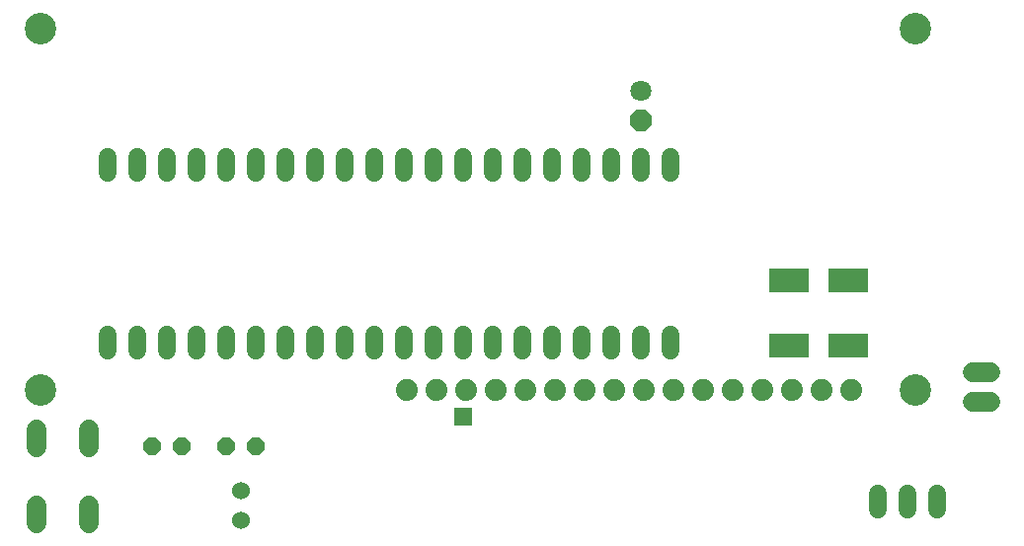
<source format=gbs>
G75*
%MOIN*%
%OFA0B0*%
%FSLAX25Y25*%
%IPPOS*%
%LPD*%
%AMOC8*
5,1,8,0,0,1.08239X$1,22.5*
%
%ADD10OC8,0.06000*%
%ADD11OC8,0.07100*%
%ADD12C,0.07100*%
%ADD13C,0.07400*%
%ADD14C,0.10643*%
%ADD15C,0.06000*%
%ADD16C,0.06800*%
%ADD17C,0.06000*%
%ADD18R,0.13398X0.07887*%
%ADD19R,0.06115X0.06115*%
D10*
X0096800Y0041800D03*
X0106800Y0041800D03*
X0121800Y0041800D03*
X0131800Y0041800D03*
D11*
X0261800Y0151800D03*
D12*
X0261800Y0161800D03*
D13*
X0262784Y0060776D03*
X0252784Y0060776D03*
X0242784Y0060776D03*
X0232784Y0060776D03*
X0222784Y0060776D03*
X0212784Y0060776D03*
X0202784Y0060776D03*
X0192784Y0060776D03*
X0182784Y0060776D03*
X0272784Y0060776D03*
X0282784Y0060776D03*
X0292784Y0060776D03*
X0302784Y0060776D03*
X0312784Y0060776D03*
X0322784Y0060776D03*
X0332784Y0060776D03*
D14*
X0354438Y0060776D03*
X0354438Y0182824D03*
X0059162Y0182824D03*
X0059162Y0060776D03*
D15*
X0081800Y0074200D02*
X0081800Y0079400D01*
X0091800Y0079400D02*
X0091800Y0074200D01*
X0101800Y0074200D02*
X0101800Y0079400D01*
X0111800Y0079400D02*
X0111800Y0074200D01*
X0121800Y0074200D02*
X0121800Y0079400D01*
X0131800Y0079400D02*
X0131800Y0074200D01*
X0141800Y0074200D02*
X0141800Y0079400D01*
X0151800Y0079400D02*
X0151800Y0074200D01*
X0161800Y0074200D02*
X0161800Y0079400D01*
X0171800Y0079400D02*
X0171800Y0074200D01*
X0181800Y0074200D02*
X0181800Y0079400D01*
X0191800Y0079400D02*
X0191800Y0074200D01*
X0201800Y0074200D02*
X0201800Y0079400D01*
X0211800Y0079400D02*
X0211800Y0074200D01*
X0221800Y0074200D02*
X0221800Y0079400D01*
X0231800Y0079400D02*
X0231800Y0074200D01*
X0241800Y0074200D02*
X0241800Y0079400D01*
X0251800Y0079400D02*
X0251800Y0074200D01*
X0261800Y0074200D02*
X0261800Y0079400D01*
X0271800Y0079400D02*
X0271800Y0074200D01*
X0341800Y0025900D02*
X0341800Y0020700D01*
X0351800Y0020700D02*
X0351800Y0025900D01*
X0361800Y0025900D02*
X0361800Y0020700D01*
X0271800Y0134200D02*
X0271800Y0139400D01*
X0261800Y0139400D02*
X0261800Y0134200D01*
X0251800Y0134200D02*
X0251800Y0139400D01*
X0241800Y0139400D02*
X0241800Y0134200D01*
X0231800Y0134200D02*
X0231800Y0139400D01*
X0221800Y0139400D02*
X0221800Y0134200D01*
X0211800Y0134200D02*
X0211800Y0139400D01*
X0201800Y0139400D02*
X0201800Y0134200D01*
X0191800Y0134200D02*
X0191800Y0139400D01*
X0181800Y0139400D02*
X0181800Y0134200D01*
X0171800Y0134200D02*
X0171800Y0139400D01*
X0161800Y0139400D02*
X0161800Y0134200D01*
X0151800Y0134200D02*
X0151800Y0139400D01*
X0141800Y0139400D02*
X0141800Y0134200D01*
X0131800Y0134200D02*
X0131800Y0139400D01*
X0121800Y0139400D02*
X0121800Y0134200D01*
X0111800Y0134200D02*
X0111800Y0139400D01*
X0101800Y0139400D02*
X0101800Y0134200D01*
X0091800Y0134200D02*
X0091800Y0139400D01*
X0081800Y0139400D02*
X0081800Y0134200D01*
D16*
X0057900Y0022000D02*
X0057900Y0016000D01*
X0075700Y0016000D02*
X0075700Y0022000D01*
X0075700Y0041600D02*
X0075700Y0047600D01*
X0057900Y0047600D02*
X0057900Y0041600D01*
X0373800Y0056800D02*
X0379800Y0056800D01*
X0379800Y0066800D02*
X0373800Y0066800D01*
D17*
X0126800Y0026800D03*
X0126800Y0016800D03*
D18*
X0311800Y0075776D03*
X0331800Y0075776D03*
X0331800Y0097824D03*
X0311800Y0097824D03*
D19*
X0201800Y0051800D03*
M02*

</source>
